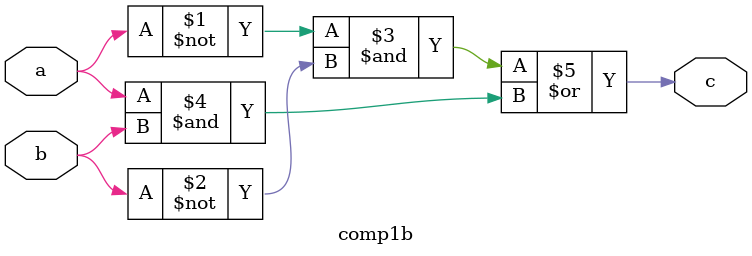
<source format=v>
module comp1b(
    input wire a, // Input signal
    input wire b, // Input signal
    output wire c // Output signal (comparison result)
    );

//RTL
assign c =(~a & ~b)|(a & b); // Compare the two signals

endmodule
</source>
